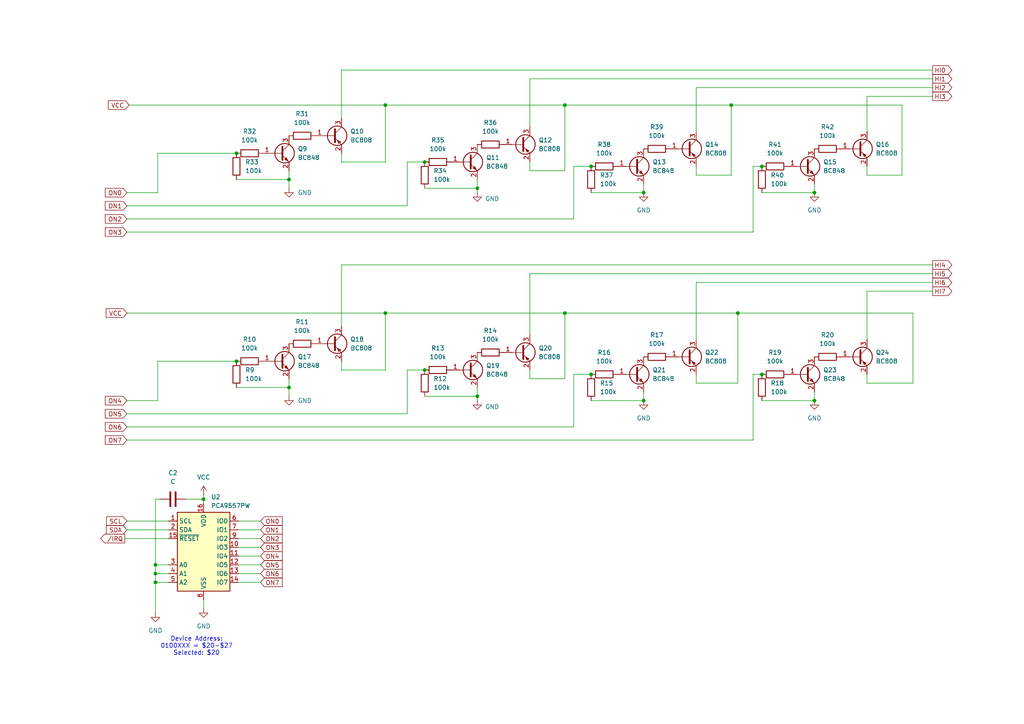
<source format=kicad_sch>
(kicad_sch (version 20250114) (generator "eeschema") (generator_version "9.0")
  (paper "A4")
  (lib_symbols
    (symbol "Device:C" (pin_numbers (hide yes)) (pin_names (offset 0.254))
      (property "Reference" "C" (at 0.635 2.54 0))
      (property "Value" "C" (at 0.635 -2.54 0))
      (symbol "C_0_1"
        (polyline (pts (xy -2.032 0.762) (xy 2.032 0.762)) (stroke (width 0.508)))
        (polyline (pts (xy -2.032 -0.762) (xy 2.032 -0.762)) (stroke (width 0.508)))
      )
      (symbol "C_1_1"
        (pin passive line (at 0 3.81 270) (length 2.794) (name "~") (number "1"))
        (pin passive line (at 0 -3.81 90) (length 2.794) (name "~") (number "2"))
      )
    )
    (symbol "Device:R" (pin_numbers (hide yes)) (pin_names (offset 0))
      (property "Reference" "R" (at 2.032 0 90))
      (property "Value" "R" (at 0 0 90))
      (symbol "R_0_1"
        (rectangle (start -1.016 -2.54) (end 1.016 2.54) (stroke (width 0.254)))
      )
      (symbol "R_1_1"
        (pin passive line (at 0 3.81 270) (length 1.27) (name "~") (number "1"))
        (pin passive line (at 0 -3.81 90) (length 1.27) (name "~") (number "2"))
      )
    )
    (symbol "Interface_Expansion:PCA9557PW"
      (property "Reference" "U" (at -7.62 11.43 0))
      (property "Value" "PCA9557PW" (at 2.54 11.43 0))
      (symbol "PCA9557PW_0_1"
        (rectangle (start -7.62 -12.7) (end 7.62 10.16) (stroke (width 0.254)) (fill (type background)))
      )
      (symbol "PCA9557PW_1_1"
        (pin input line (at -10.16 7.62 0) (length 2.54) (name "SCL") (number "1"))
        (pin bidirectional line (at -10.16 5.08 0) (length 2.54) (name "SDA") (number "2"))
        (pin input line (at -10.16 2.54 0) (length 2.54) (name "~{RESET}") (number "15"))
        (pin input line (at -10.16 -5.08 0) (length 2.54) (name "A0") (number "3"))
        (pin input line (at -10.16 -7.62 0) (length 2.54) (name "A1") (number "4"))
        (pin input line (at -10.16 -10.16 0) (length 2.54) (name "A2") (number "5"))
        (pin power_in line (at 0 12.7 270) (length 2.54) (name "VDD") (number "16"))
        (pin power_in line (at 0 -15.24 90) (length 2.54) (name "VSS") (number "8"))
        (pin bidirectional line (at 10.16 7.62 180) (length 2.54) (name "IO0") (number "6"))
        (pin bidirectional line (at 10.16 5.08 180) (length 2.54) (name "IO1") (number "7"))
        (pin bidirectional line (at 10.16 2.54 180) (length 2.54) (name "IO2") (number "9"))
        (pin bidirectional line (at 10.16 0 180) (length 2.54) (name "IO3") (number "10"))
        (pin bidirectional line (at 10.16 -2.54 180) (length 2.54) (name "IO4") (number "11"))
        (pin bidirectional line (at 10.16 -5.08 180) (length 2.54) (name "IO5") (number "12"))
        (pin bidirectional line (at 10.16 -7.62 180) (length 2.54) (name "IO6") (number "13"))
        (pin bidirectional line (at 10.16 -10.16 180) (length 2.54) (name "IO7") (number "14"))
      )
    )
    (symbol "Transistor_BJT:BC808" (pin_names (offset 0) (hide yes))
      (property "Reference" "Q" (at 5.08 1.905 0))
      (property "Value" "BC808" (at 5.08 0 0))
      (symbol "BC808_0_1"
        (polyline (pts (xy -2.54 0) (xy 0.635 0)))
        (polyline (pts (xy 0.635 1.905) (xy 0.635 -1.905)) (stroke (width 0.508)))
        (polyline (pts (xy 0.635 0.635) (xy 2.54 2.54)))
        (polyline (pts (xy 0.635 -0.635) (xy 2.54 -2.54)))
        (circle (center 1.27 0) (radius 2.8194) (stroke (width 0.254)))
        (polyline (pts (xy 2.286 -1.778) (xy 1.778 -2.286) (xy 1.27 -1.27) (xy 2.286 -1.778)) (fill (type outline)))
      )
      (symbol "BC808_1_1"
        (pin input line (at -5.08 0 0) (length 2.54) (name "B") (number "1"))
        (pin passive line (at 2.54 5.08 270) (length 2.54) (name "C") (number "3"))
        (pin passive line (at 2.54 -5.08 90) (length 2.54) (name "E") (number "2"))
      )
    )
    (symbol "Transistor_BJT:BC848" (pin_names (offset 0) (hide yes))
      (property "Reference" "Q" (at 5.08 1.905 0))
      (property "Value" "BC848" (at 5.08 0 0))
      (symbol "BC848_0_1"
        (polyline (pts (xy -2.54 0) (xy 0.635 0)))
        (polyline (pts (xy 0.635 1.905) (xy 0.635 -1.905)) (stroke (width 0.508)))
        (circle (center 1.27 0) (radius 2.8194) (stroke (width 0.254)))
      )
      (symbol "BC848_1_1"
        (polyline (pts (xy 0.635 0.635) (xy 2.54 2.54)))
        (polyline (pts (xy 0.635 -0.635) (xy 2.54 -2.54)))
        (polyline (pts (xy 1.27 -1.778) (xy 1.778 -1.27) (xy 2.286 -2.286) (xy 1.27 -1.778)) (fill (type outline)))
        (pin input line (at -5.08 0 0) (length 2.54) (name "B") (number "1"))
        (pin passive line (at 2.54 5.08 270) (length 2.54) (name "C") (number "3"))
        (pin passive line (at 2.54 -5.08 90) (length 2.54) (name "E") (number "2"))
      )
    )
    (symbol "power:GND" (power) (pin_numbers (hide yes)) (pin_names (offset 0) (hide yes))
      (property "Value" "GND" (at 0 -3.81 0))
      (symbol "GND_0_1"
        (polyline (pts (xy 0 0) (xy 0 -1.27) (xy 1.27 -1.27) (xy 0 -2.54) (xy -1.27 -1.27) (xy 0 -1.27)))
      )
      (symbol "GND_1_1"
        (pin power_in line (at 0 0 270) (length 0) (name "~") (number "1"))
      )
    )
    (symbol "power:VCC" (power) (pin_numbers (hide yes)) (pin_names (offset 0) (hide yes))
      (property "Value" "VCC" (at 0 3.556 0))
      (symbol "VCC_0_1"
        (polyline (pts (xy -0.762 1.27) (xy 0 2.54)))
        (polyline (pts (xy 0 2.54) (xy 0.762 1.27)))
        (polyline (pts (xy 0 0) (xy 0 2.54)))
      )
      (symbol "VCC_1_1"
        (pin power_in line (at 0 0 90) (length 0) (name "~") (number "1"))
      )
    )
  )
  (text "Device Address:\n0100XXX = $20-$27\nSelected: $20\n" (at 57.023 187.452 0) (effects (font (size 1.27 1.27))))
  (junction (at 220.98 108.585))
  (junction (at 163.83 90.805))
  (junction (at 68.58 44.45))
  (junction (at 171.45 108.585))
  (junction (at 171.45 48.26))
  (junction (at 83.82 112.395))
  (junction (at 45.085 163.83))
  (junction (at 186.69 116.205))
  (junction (at 68.58 104.775))
  (junction (at 123.19 46.99))
  (junction (at 138.43 54.61))
  (junction (at 236.22 116.205))
  (junction (at 45.085 166.37))
  (junction (at 163.83 30.48))
  (junction (at 59.055 144.78))
  (junction (at 186.69 55.88))
  (junction (at 213.995 90.805))
  (junction (at 236.22 55.88))
  (junction (at 111.76 90.805))
  (junction (at 111.76 30.48))
  (junction (at 123.19 107.315))
  (junction (at 220.98 48.26))
  (junction (at 45.085 168.91))
  (junction (at 212.09 30.48))
  (junction (at 138.43 114.935))
  (junction (at 83.82 52.07))
  (wire (pts (xy 36.83 123.825) (xy 166.37 123.825)))
  (wire (pts (xy 171.45 55.88) (xy 186.69 55.88)))
  (wire (pts (xy 45.085 144.78) (xy 45.085 163.83)))
  (wire (pts (xy 201.93 48.26) (xy 201.93 50.8)))
  (wire (pts (xy 236.22 113.665) (xy 236.22 116.205)))
  (wire (pts (xy 166.37 123.825) (xy 166.37 108.585)))
  (wire (pts (xy 36.83 120.015) (xy 118.11 120.015)))
  (wire (pts (xy 251.46 27.94) (xy 251.46 38.1)))
  (wire (pts (xy 264.795 111.125) (xy 264.795 90.805)))
  (wire (pts (xy 153.67 46.99) (xy 153.67 49.53)))
  (wire (pts (xy 270.51 27.94) (xy 251.46 27.94)))
  (wire (pts (xy 270.51 81.915) (xy 201.93 81.915)))
  (wire (pts (xy 218.44 48.26) (xy 220.98 48.26)))
  (wire (pts (xy 163.83 109.855) (xy 163.83 90.805)))
  (wire (pts (xy 99.06 46.99) (xy 111.76 46.99)))
  (wire (pts (xy 99.06 104.775) (xy 99.06 107.315)))
  (wire (pts (xy 251.46 50.8) (xy 261.62 50.8)))
  (wire (pts (xy 36.83 90.805) (xy 111.76 90.805)))
  (wire (pts (xy 37.465 30.48) (xy 111.76 30.48)))
  (wire (pts (xy 69.215 161.29) (xy 75.565 161.29)))
  (wire (pts (xy 69.215 158.75) (xy 75.565 158.75)))
  (wire (pts (xy 99.06 107.315) (xy 111.76 107.315)))
  (wire (pts (xy 166.37 63.5) (xy 166.37 48.26)))
  (wire (pts (xy 111.76 90.805) (xy 163.83 90.805)))
  (wire (pts (xy 163.83 90.805) (xy 213.995 90.805)))
  (wire (pts (xy 118.11 46.99) (xy 123.19 46.99)))
  (wire (pts (xy 270.51 76.835) (xy 99.06 76.835)))
  (wire (pts (xy 123.19 114.935) (xy 138.43 114.935)))
  (wire (pts (xy 45.085 168.91) (xy 48.895 168.91)))
  (wire (pts (xy 212.09 30.48) (xy 212.09 50.8)))
  (wire (pts (xy 201.93 111.125) (xy 213.995 111.125)))
  (wire (pts (xy 218.44 108.585) (xy 220.98 108.585)))
  (wire (pts (xy 45.085 168.91) (xy 45.085 177.8)))
  (wire (pts (xy 36.83 63.5) (xy 166.37 63.5)))
  (wire (pts (xy 69.215 166.37) (xy 75.565 166.37)))
  (wire (pts (xy 48.895 163.83) (xy 45.085 163.83)))
  (wire (pts (xy 36.83 67.31) (xy 218.44 67.31)))
  (wire (pts (xy 201.93 25.4) (xy 201.93 38.1)))
  (wire (pts (xy 153.67 22.86) (xy 153.67 36.83)))
  (wire (pts (xy 36.83 153.67) (xy 48.895 153.67)))
  (wire (pts (xy 118.11 59.69) (xy 118.11 46.99)))
  (wire (pts (xy 45.72 104.775) (xy 68.58 104.775)))
  (wire (pts (xy 99.06 20.32) (xy 99.06 34.29)))
  (wire (pts (xy 69.215 156.21) (xy 75.565 156.21)))
  (wire (pts (xy 251.46 108.585) (xy 251.46 111.125)))
  (wire (pts (xy 69.215 153.67) (xy 75.565 153.67)))
  (wire (pts (xy 163.83 30.48) (xy 212.09 30.48)))
  (wire (pts (xy 166.37 48.26) (xy 171.45 48.26)))
  (wire (pts (xy 59.055 173.99) (xy 59.055 176.53)))
  (wire (pts (xy 212.09 30.48) (xy 261.62 30.48)))
  (wire (pts (xy 83.82 112.395) (xy 83.82 114.935)))
  (wire (pts (xy 251.46 84.455) (xy 251.46 98.425)))
  (wire (pts (xy 45.085 163.83) (xy 45.085 166.37)))
  (wire (pts (xy 213.995 90.805) (xy 264.795 90.805)))
  (wire (pts (xy 218.44 127.635) (xy 218.44 108.585)))
  (wire (pts (xy 68.58 112.395) (xy 83.82 112.395)))
  (wire (pts (xy 153.67 109.855) (xy 163.83 109.855)))
  (wire (pts (xy 45.72 44.45) (xy 45.72 55.88)))
  (wire (pts (xy 153.67 79.375) (xy 153.67 97.155)))
  (wire (pts (xy 118.11 120.015) (xy 118.11 107.315)))
  (wire (pts (xy 46.355 144.78) (xy 45.085 144.78)))
  (wire (pts (xy 53.975 144.78) (xy 59.055 144.78)))
  (wire (pts (xy 138.43 114.935) (xy 138.43 112.395)))
  (wire (pts (xy 186.69 53.34) (xy 186.69 55.88)))
  (wire (pts (xy 36.195 156.21) (xy 48.895 156.21)))
  (wire (pts (xy 123.19 54.61) (xy 138.43 54.61)))
  (wire (pts (xy 83.82 49.53) (xy 83.82 52.07)))
  (wire (pts (xy 138.43 114.935) (xy 138.43 116.205)))
  (wire (pts (xy 99.06 76.835) (xy 99.06 94.615)))
  (wire (pts (xy 261.62 30.48) (xy 261.62 50.8)))
  (wire (pts (xy 220.98 116.205) (xy 236.22 116.205)))
  (wire (pts (xy 36.83 116.205) (xy 45.72 116.205)))
  (wire (pts (xy 220.98 55.88) (xy 236.22 55.88)))
  (wire (pts (xy 213.995 111.125) (xy 213.995 90.805)))
  (wire (pts (xy 153.67 49.53) (xy 163.83 49.53)))
  (wire (pts (xy 69.215 168.91) (xy 75.565 168.91)))
  (wire (pts (xy 171.45 116.205) (xy 186.69 116.205)))
  (wire (pts (xy 68.58 52.07) (xy 83.82 52.07)))
  (wire (pts (xy 201.93 50.8) (xy 212.09 50.8)))
  (wire (pts (xy 201.93 108.585) (xy 201.93 111.125)))
  (wire (pts (xy 270.51 20.32) (xy 99.06 20.32)))
  (wire (pts (xy 270.51 22.86) (xy 153.67 22.86)))
  (wire (pts (xy 201.93 81.915) (xy 201.93 98.425)))
  (wire (pts (xy 111.76 30.48) (xy 163.83 30.48)))
  (wire (pts (xy 236.22 53.34) (xy 236.22 55.88)))
  (wire (pts (xy 69.215 163.83) (xy 75.565 163.83)))
  (wire (pts (xy 59.055 143.51) (xy 59.055 144.78)))
  (wire (pts (xy 36.83 59.69) (xy 118.11 59.69)))
  (wire (pts (xy 59.055 144.78) (xy 59.055 146.05)))
  (wire (pts (xy 69.215 151.13) (xy 75.565 151.13)))
  (wire (pts (xy 45.085 166.37) (xy 48.895 166.37)))
  (wire (pts (xy 118.11 107.315) (xy 123.19 107.315)))
  (wire (pts (xy 186.69 116.205) (xy 186.69 113.665)))
  (wire (pts (xy 45.085 166.37) (xy 45.085 168.91)))
  (wire (pts (xy 166.37 108.585) (xy 171.45 108.585)))
  (wire (pts (xy 153.67 107.315) (xy 153.67 109.855)))
  (wire (pts (xy 270.51 25.4) (xy 201.93 25.4)))
  (wire (pts (xy 36.83 127.635) (xy 218.44 127.635)))
  (wire (pts (xy 218.44 67.31) (xy 218.44 48.26)))
  (wire (pts (xy 45.72 44.45) (xy 68.58 44.45)))
  (wire (pts (xy 138.43 52.07) (xy 138.43 54.61)))
  (wire (pts (xy 163.83 49.53) (xy 163.83 30.48)))
  (wire (pts (xy 99.06 44.45) (xy 99.06 46.99)))
  (wire (pts (xy 251.46 111.125) (xy 264.795 111.125)))
  (wire (pts (xy 111.76 90.805) (xy 111.76 107.315)))
  (wire (pts (xy 83.82 52.07) (xy 83.82 54.61)))
  (wire (pts (xy 83.82 112.395) (xy 83.82 109.855)))
  (wire (pts (xy 270.51 79.375) (xy 153.67 79.375)))
  (wire (pts (xy 138.43 54.61) (xy 138.43 55.88)))
  (wire (pts (xy 36.83 151.13) (xy 48.895 151.13)))
  (wire (pts (xy 251.46 48.26) (xy 251.46 50.8)))
  (wire (pts (xy 45.72 104.775) (xy 45.72 116.205)))
  (wire (pts (xy 36.83 55.88) (xy 45.72 55.88)))
  (wire (pts (xy 111.76 46.99) (xy 111.76 30.48)))
  (wire (pts (xy 270.51 84.455) (xy 251.46 84.455)))
  (global_label "SCL" (shape input) (at 36.83 151.13 180) (property "Intersheetrefs" "${INTERSHEET_REFS}" (effects (hide yes))))
  (global_label "ON4" (shape input) (at 36.83 116.205 180) (property "Intersheetrefs" "${INTERSHEET_REFS}" (effects (hide yes))))
  (global_label "HI1" (shape output) (at 270.51 22.86 0) (property "Intersheetrefs" "${INTERSHEET_REFS}" (effects (hide yes))))
  (global_label "HI5" (shape output) (at 270.51 79.375 0) (property "Intersheetrefs" "${INTERSHEET_REFS}" (effects (hide yes))))
  (global_label "ON7" (shape input) (at 36.83 127.635 180) (property "Intersheetrefs" "${INTERSHEET_REFS}" (effects (hide yes))))
  (global_label "ON6" (shape input) (at 75.565 166.37 0) (property "Intersheetrefs" "${INTERSHEET_REFS}" (effects (hide yes))))
  (global_label "HI6" (shape output) (at 270.51 81.915 0) (property "Intersheetrefs" "${INTERSHEET_REFS}" (effects (hide yes))))
  (global_label "HI3" (shape output) (at 270.51 27.94 0) (property "Intersheetrefs" "${INTERSHEET_REFS}" (effects (hide yes))))
  (global_label "VCC" (shape input) (at 36.83 90.805 180) (property "Intersheetrefs" "${INTERSHEET_REFS}" (effects (hide yes))))
  (global_label "ON0" (shape input) (at 36.83 55.88 180) (property "Intersheetrefs" "${INTERSHEET_REFS}" (effects (hide yes))))
  (global_label "{slash}IRQ" (shape output) (at 36.195 156.21 180) (property "Intersheetrefs" "${INTERSHEET_REFS}" (effects (hide yes))))
  (global_label "ON1" (shape input) (at 75.565 153.67 0) (property "Intersheetrefs" "${INTERSHEET_REFS}" (effects (hide yes))))
  (global_label "ON3" (shape input) (at 36.83 67.31 180) (property "Intersheetrefs" "${INTERSHEET_REFS}" (effects (hide yes))))
  (global_label "ON4" (shape input) (at 75.565 161.29 0) (property "Intersheetrefs" "${INTERSHEET_REFS}" (effects (hide yes))))
  (global_label "ON6" (shape input) (at 36.83 123.825 180) (property "Intersheetrefs" "${INTERSHEET_REFS}" (effects (hide yes))))
  (global_label "HI2" (shape output) (at 270.51 25.4 0) (property "Intersheetrefs" "${INTERSHEET_REFS}" (effects (hide yes))))
  (global_label "ON0" (shape input) (at 75.565 151.13 0) (property "Intersheetrefs" "${INTERSHEET_REFS}" (effects (hide yes))))
  (global_label "ON7" (shape input) (at 75.565 168.91 0) (property "Intersheetrefs" "${INTERSHEET_REFS}" (effects (hide yes))))
  (global_label "HI4" (shape output) (at 270.51 76.835 0) (property "Intersheetrefs" "${INTERSHEET_REFS}" (effects (hide yes))))
  (global_label "ON3" (shape input) (at 75.565 158.75 0) (property "Intersheetrefs" "${INTERSHEET_REFS}" (effects (hide yes))))
  (global_label "ON1" (shape input) (at 36.83 59.69 180) (property "Intersheetrefs" "${INTERSHEET_REFS}" (effects (hide yes))))
  (global_label "ON5" (shape input) (at 75.565 163.83 0) (property "Intersheetrefs" "${INTERSHEET_REFS}" (effects (hide yes))))
  (global_label "VCC" (shape input) (at 37.465 30.48 180) (property "Intersheetrefs" "${INTERSHEET_REFS}" (effects (hide yes))))
  (global_label "ON2" (shape input) (at 75.565 156.21 0) (property "Intersheetrefs" "${INTERSHEET_REFS}" (effects (hide yes))))
  (global_label "ON2" (shape input) (at 36.83 63.5 180) (property "Intersheetrefs" "${INTERSHEET_REFS}" (effects (hide yes))))
  (global_label "ON5" (shape input) (at 36.83 120.015 180) (property "Intersheetrefs" "${INTERSHEET_REFS}" (effects (hide yes))))
  (global_label "HI7" (shape output) (at 270.51 84.455 0) (property "Intersheetrefs" "${INTERSHEET_REFS}" (effects (hide yes))))
  (global_label "SDA" (shape input) (at 36.83 153.67 180) (property "Intersheetrefs" "${INTERSHEET_REFS}" (effects (hide yes))))
  (global_label "HI0" (shape output) (at 270.51 20.32 0) (property "Intersheetrefs" "${INTERSHEET_REFS}" (effects (hide yes))))
  (symbol (lib_id "Device:R") (at 142.24 41.91 90) (unit 1)
    (property "Reference" "R36" (at 142.24 35.56 90))
    (property "Value" "100k" (at 142.24 38.1 90))
    (property "Footprint" "Resistor_SMD:R_0805_2012Metric" (effects (hide yes)))
    (property "Description" "Resistor" (effects (hide yes)))
    (property "LCSC" "C25611" (effects (hide yes)))
  )
  (symbol (lib_id "Device:R") (at 224.79 48.26 90) (unit 1)
    (property "Reference" "R41" (at 224.79 41.91 90))
    (property "Value" "100k" (at 224.79 44.45 90))
    (property "Footprint" "Resistor_SMD:R_0805_2012Metric" (effects (hide yes)))
    (property "Description" "Resistor" (effects (hide yes)))
    (property "LCSC" "C25611" (effects (hide yes)))
  )
  (symbol (lib_id "Device:R") (at 175.26 48.26 90) (unit 1)
    (property "Reference" "R38" (at 175.26 41.91 90))
    (property "Value" "100k" (at 175.26 44.45 90))
    (property "Footprint" "Resistor_SMD:R_0805_2012Metric" (effects (hide yes)))
    (property "Description" "Resistor" (effects (hide yes)))
    (property "LCSC" "C25611" (effects (hide yes)))
  )
  (symbol (lib_id "power:VCC") (at 59.055 143.51 0) (unit 1)
    (property "Reference" "#PWR06" (effects (hide yes)))
    (property "Value" "VCC" (at 59.055 138.43 0))
    (property "Description" "Power symbol creates a global label with name \"VCC\"" (effects (hide yes)))
  )
  (symbol (lib_id "Transistor_BJT:BC808") (at 96.52 39.37 0) (unit 1)
    (property "Reference" "Q10" (at 101.6 38.0999 0) (effects (justify left)))
    (property "Value" "BC808" (at 101.6 40.6399 0) (effects (justify left)))
    (property "Footprint" "Package_TO_SOT_SMD:SOT-23" (effects (hide yes)))
    (property "Datasheet" "https://www.onsemi.com/pub/Collateral/BC808-D.pdf" (effects (hide yes)))
    (property "Description" "0.8A Ic, 25V Vce, PNP Transistor, SOT-23" (effects (hide yes)))
    (property "LCSC" "C605311" (effects (hide yes)))
  )
  (symbol (lib_id "power:GND") (at 138.43 116.205 0) (unit 1)
    (property "Reference" "#PWR018" (effects (hide yes)))
    (property "Value" "GND" (at 142.748 117.983 0))
    (property "Description" "Power symbol creates a global label with name \"GND\" , ground" (effects (hide yes)))
  )
  (symbol (lib_id "Device:R") (at 175.26 108.585 90) (unit 1)
    (property "Reference" "R16" (at 175.26 102.235 90))
    (property "Value" "100k" (at 175.26 104.775 90))
    (property "Footprint" "Resistor_SMD:R_0805_2012Metric" (effects (hide yes)))
    (property "Description" "Resistor" (effects (hide yes)))
    (property "LCSC" "C25611" (effects (hide yes)))
  )
  (symbol (lib_id "Device:R") (at 123.19 50.8 180) (unit 1)
    (property "Reference" "R34" (at 125.73 49.5299 0) (effects (justify right)))
    (property "Value" "100k" (at 125.73 52.0699 0) (effects (justify right)))
    (property "Footprint" "Resistor_SMD:R_0805_2012Metric" (effects (hide yes)))
    (property "Description" "Resistor" (effects (hide yes)))
    (property "LCSC" "C25611" (effects (hide yes)))
  )
  (symbol (lib_id "Transistor_BJT:BC808") (at 248.92 103.505 0) (unit 1)
    (property "Reference" "Q24" (at 254 102.2349 0) (effects (justify left)))
    (property "Value" "BC808" (at 254 104.7749 0) (effects (justify left)))
    (property "Footprint" "Package_TO_SOT_SMD:SOT-23" (effects (hide yes)))
    (property "Datasheet" "https://www.onsemi.com/pub/Collateral/BC808-D.pdf" (effects (hide yes)))
    (property "Description" "0.8A Ic, 25V Vce, PNP Transistor, SOT-23" (effects (hide yes)))
    (property "LCSC" "C605311" (effects (hide yes)))
  )
  (symbol (lib_id "Device:C") (at 50.165 144.78 90) (unit 1)
    (property "Reference" "C2" (at 50.165 137.16 90))
    (property "Value" "C" (at 50.165 139.7 90))
    (property "Footprint" "Capacitor_SMD:C_0603_1608Metric_Pad1.08x0.95mm_HandSolder" (effects (hide yes)))
    (property "Description" "Unpolarized capacitor" (effects (hide yes)))
    (property "LCSC" "C14663" (effects (hide yes)))
  )
  (symbol (lib_id "Transistor_BJT:BC808") (at 199.39 43.18 0) (unit 1)
    (property "Reference" "Q14" (at 204.47 41.9099 0) (effects (justify left)))
    (property "Value" "BC808" (at 204.47 44.4499 0) (effects (justify left)))
    (property "Footprint" "Package_TO_SOT_SMD:SOT-23" (effects (hide yes)))
    (property "Datasheet" "https://www.onsemi.com/pub/Collateral/BC808-D.pdf" (effects (hide yes)))
    (property "Description" "0.8A Ic, 25V Vce, PNP Transistor, SOT-23" (effects (hide yes)))
    (property "LCSC" "C605311" (effects (hide yes)))
  )
  (symbol (lib_id "Device:R") (at 127 107.315 90) (unit 1)
    (property "Reference" "R13" (at 127 100.965 90))
    (property "Value" "100k" (at 127 103.505 90))
    (property "Footprint" "Resistor_SMD:R_0805_2012Metric" (effects (hide yes)))
    (property "Description" "Resistor" (effects (hide yes)))
    (property "LCSC" "C25611" (effects (hide yes)))
  )
  (symbol (lib_id "Transistor_BJT:BC848") (at 135.89 46.99 0) (unit 1)
    (property "Reference" "Q11" (at 140.97 45.7199 0) (effects (justify left)))
    (property "Value" "BC848" (at 140.97 48.2599 0) (effects (justify left)))
    (property "Footprint" "Package_TO_SOT_SMD:SOT-23" (effects (hide yes)))
    (property "Datasheet" "http://www.infineon.com/dgdl/Infineon-BC847SERIES_BC848SERIES_BC849SERIES_BC850SERIES-DS-v01_01-en.pdf?fileId=db3a304314dca389011541d4630a1657" (effects (hide yes)))
    (property "Description" "0.1A Ic, 30V Vce, NPN Transistor, SOT-23" (effects (hide yes)))
    (property "LCSC" "C5184434" (effects (hide yes)))
  )
  (symbol (lib_id "Transistor_BJT:BC848") (at 184.15 48.26 0) (unit 1)
    (property "Reference" "Q13" (at 189.23 46.9899 0) (effects (justify left)))
    (property "Value" "BC848" (at 189.23 49.5299 0) (effects (justify left)))
    (property "Footprint" "Package_TO_SOT_SMD:SOT-23" (effects (hide yes)))
    (property "Datasheet" "http://www.infineon.com/dgdl/Infineon-BC847SERIES_BC848SERIES_BC849SERIES_BC850SERIES-DS-v01_01-en.pdf?fileId=db3a304314dca389011541d4630a1657" (effects (hide yes)))
    (property "Description" "0.1A Ic, 30V Vce, NPN Transistor, SOT-23" (effects (hide yes)))
    (property "LCSC" "C5184434" (effects (hide yes)))
  )
  (symbol (lib_id "Device:R") (at 224.79 108.585 90) (unit 1)
    (property "Reference" "R19" (at 224.79 102.235 90))
    (property "Value" "100k" (at 224.79 104.775 90))
    (property "Footprint" "Resistor_SMD:R_0805_2012Metric" (effects (hide yes)))
    (property "Description" "Resistor" (effects (hide yes)))
    (property "LCSC" "C25611" (effects (hide yes)))
  )
  (symbol (lib_id "Device:R") (at 220.98 112.395 180) (unit 1)
    (property "Reference" "R18" (at 223.52 111.1249 0) (effects (justify right)))
    (property "Value" "100k" (at 223.52 113.6649 0) (effects (justify right)))
    (property "Footprint" "Resistor_SMD:R_0805_2012Metric" (effects (hide yes)))
    (property "Description" "Resistor" (effects (hide yes)))
    (property "LCSC" "C25611" (effects (hide yes)))
  )
  (symbol (lib_id "Transistor_BJT:BC808") (at 248.92 43.18 0) (unit 1)
    (property "Reference" "Q16" (at 254 41.9099 0) (effects (justify left)))
    (property "Value" "BC808" (at 254 44.4499 0) (effects (justify left)))
    (property "Footprint" "Package_TO_SOT_SMD:SOT-23" (effects (hide yes)))
    (property "Datasheet" "https://www.onsemi.com/pub/Collateral/BC808-D.pdf" (effects (hide yes)))
    (property "Description" "0.8A Ic, 25V Vce, PNP Transistor, SOT-23" (effects (hide yes)))
    (property "LCSC" "C605311" (effects (hide yes)))
  )
  (symbol (lib_id "Transistor_BJT:BC848") (at 233.68 108.585 0) (unit 1)
    (property "Reference" "Q23" (at 238.76 107.3149 0) (effects (justify left)))
    (property "Value" "BC848" (at 238.76 109.8549 0) (effects (justify left)))
    (property "Footprint" "Package_TO_SOT_SMD:SOT-23" (effects (hide yes)))
    (property "Datasheet" "http://www.infineon.com/dgdl/Infineon-BC847SERIES_BC848SERIES_BC849SERIES_BC850SERIES-DS-v01_01-en.pdf?fileId=db3a304314dca389011541d4630a1657" (effects (hide yes)))
    (property "Description" "0.1A Ic, 30V Vce, NPN Transistor, SOT-23" (effects (hide yes)))
    (property "LCSC" "C5184434" (effects (hide yes)))
  )
  (symbol (lib_id "Device:R") (at 220.98 52.07 180) (unit 1)
    (property "Reference" "R40" (at 223.52 50.7999 0) (effects (justify right)))
    (property "Value" "100k" (at 223.52 53.3399 0) (effects (justify right)))
    (property "Footprint" "Resistor_SMD:R_0805_2012Metric" (effects (hide yes)))
    (property "Description" "Resistor" (effects (hide yes)))
    (property "LCSC" "C25611" (effects (hide yes)))
  )
  (symbol (lib_id "Transistor_BJT:BC848") (at 81.28 44.45 0) (unit 1)
    (property "Reference" "Q9" (at 86.36 43.1799 0) (effects (justify left)))
    (property "Value" "BC848" (at 86.36 45.7199 0) (effects (justify left)))
    (property "Footprint" "Package_TO_SOT_SMD:SOT-23" (effects (hide yes)))
    (property "Datasheet" "http://www.infineon.com/dgdl/Infineon-BC847SERIES_BC848SERIES_BC849SERIES_BC850SERIES-DS-v01_01-en.pdf?fileId=db3a304314dca389011541d4630a1657" (effects (hide yes)))
    (property "Description" "0.1A Ic, 30V Vce, NPN Transistor, SOT-23" (effects (hide yes)))
    (property "LCSC" "C5184434" (effects (hide yes)))
  )
  (symbol (lib_id "Transistor_BJT:BC848") (at 184.15 108.585 0) (unit 1)
    (property "Reference" "Q21" (at 189.23 107.3149 0) (effects (justify left)))
    (property "Value" "BC848" (at 189.23 109.8549 0) (effects (justify left)))
    (property "Footprint" "Package_TO_SOT_SMD:SOT-23" (effects (hide yes)))
    (property "Datasheet" "http://www.infineon.com/dgdl/Infineon-BC847SERIES_BC848SERIES_BC849SERIES_BC850SERIES-DS-v01_01-en.pdf?fileId=db3a304314dca389011541d4630a1657" (effects (hide yes)))
    (property "Description" "0.1A Ic, 30V Vce, NPN Transistor, SOT-23" (effects (hide yes)))
    (property "LCSC" "C5184434" (effects (hide yes)))
  )
  (symbol (lib_id "Transistor_BJT:BC808") (at 151.13 41.91 0) (unit 1)
    (property "Reference" "Q12" (at 156.21 40.6399 0) (effects (justify left)))
    (property "Value" "BC808" (at 156.21 43.1799 0) (effects (justify left)))
    (property "Footprint" "Package_TO_SOT_SMD:SOT-23" (effects (hide yes)))
    (property "Datasheet" "https://www.onsemi.com/pub/Collateral/BC808-D.pdf" (effects (hide yes)))
    (property "Description" "0.8A Ic, 25V Vce, PNP Transistor, SOT-23" (effects (hide yes)))
    (property "LCSC" "C605311" (effects (hide yes)))
  )
  (symbol (lib_id "Device:R") (at 142.24 102.235 90) (unit 1)
    (property "Reference" "R14" (at 142.24 95.885 90))
    (property "Value" "100k" (at 142.24 98.425 90))
    (property "Footprint" "Resistor_SMD:R_0805_2012Metric" (effects (hide yes)))
    (property "Description" "Resistor" (effects (hide yes)))
    (property "LCSC" "C25611" (effects (hide yes)))
  )
  (symbol (lib_id "Transistor_BJT:BC808") (at 96.52 99.695 0) (unit 1)
    (property "Reference" "Q18" (at 101.6 98.4249 0) (effects (justify left)))
    (property "Value" "BC808" (at 101.6 100.9649 0) (effects (justify left)))
    (property "Footprint" "Package_TO_SOT_SMD:SOT-23" (effects (hide yes)))
    (property "Datasheet" "https://www.onsemi.com/pub/Collateral/BC808-D.pdf" (effects (hide yes)))
    (property "Description" "0.8A Ic, 25V Vce, PNP Transistor, SOT-23" (effects (hide yes)))
    (property "LCSC" "C605311" (effects (hide yes)))
  )
  (symbol (lib_id "Transistor_BJT:BC808") (at 199.39 103.505 0) (unit 1)
    (property "Reference" "Q22" (at 204.47 102.2349 0) (effects (justify left)))
    (property "Value" "BC808" (at 204.47 104.7749 0) (effects (justify left)))
    (property "Footprint" "Package_TO_SOT_SMD:SOT-23" (effects (hide yes)))
    (property "Datasheet" "https://www.onsemi.com/pub/Collateral/BC808-D.pdf" (effects (hide yes)))
    (property "Description" "0.8A Ic, 25V Vce, PNP Transistor, SOT-23" (effects (hide yes)))
    (property "LCSC" "C605311" (effects (hide yes)))
  )
  (symbol (lib_id "Interface_Expansion:PCA9557PW") (at 59.055 158.75 0) (unit 1)
    (property "Reference" "U2" (at 61.1983 144.145 0) (effects (justify left)))
    (property "Value" "PCA9557PW" (at 61.1983 146.685 0) (effects (justify left)))
    (property "Footprint" "Package_SO:TSSOP-16_4.4x5mm_P0.65mm" (effects (hide yes)))
    (property "Datasheet" "https://www.nxp.com/docs/en/data-sheet/PCA9557.pdf" (effects (hide yes)))
    (property "Description" "8-bit I2C-bus and SMBus I/O port with reset, TSSOP-16" (effects (hide yes)))
    (property "LCSC" "C141380" (effects (hide yes)))
  )
  (symbol (lib_id "Device:R") (at 72.39 44.45 90) (unit 1)
    (property "Reference" "R32" (at 72.39 38.1 90))
    (property "Value" "100k" (at 72.39 40.64 90))
    (property "Footprint" "Resistor_SMD:R_0805_2012Metric" (effects (hide yes)))
    (property "Description" "Resistor" (effects (hide yes)))
    (property "LCSC" "C25611" (effects (hide yes)))
  )
  (symbol (lib_id "power:GND") (at 83.82 54.61 0) (unit 1)
    (property "Reference" "#PWR0101" (effects (hide yes)))
    (property "Value" "GND" (at 88.392 55.88 0))
    (property "Description" "Power symbol creates a global label with name \"GND\" , ground" (effects (hide yes)))
  )
  (symbol (lib_id "Device:R") (at 171.45 52.07 180) (unit 1)
    (property "Reference" "R37" (at 173.99 50.7999 0) (effects (justify right)))
    (property "Value" "100k" (at 173.99 53.3399 0) (effects (justify right)))
    (property "Footprint" "Resistor_SMD:R_0805_2012Metric" (effects (hide yes)))
    (property "Description" "Resistor" (effects (hide yes)))
    (property "LCSC" "C25611" (effects (hide yes)))
  )
  (symbol (lib_id "Device:R") (at 190.5 103.505 90) (unit 1)
    (property "Reference" "R17" (at 190.5 97.155 90))
    (property "Value" "100k" (at 190.5 99.695 90))
    (property "Footprint" "Resistor_SMD:R_0805_2012Metric" (effects (hide yes)))
    (property "Description" "Resistor" (effects (hide yes)))
    (property "LCSC" "C25611" (effects (hide yes)))
  )
  (symbol (lib_id "power:GND") (at 83.82 114.935 0) (unit 1)
    (property "Reference" "#PWR017" (effects (hide yes)))
    (property "Value" "GND" (at 88.392 116.205 0))
    (property "Description" "Power symbol creates a global label with name \"GND\" , ground" (effects (hide yes)))
  )
  (symbol (lib_id "Transistor_BJT:BC808") (at 151.13 102.235 0) (unit 1)
    (property "Reference" "Q20" (at 156.21 100.9649 0) (effects (justify left)))
    (property "Value" "BC808" (at 156.21 103.5049 0) (effects (justify left)))
    (property "Footprint" "Package_TO_SOT_SMD:SOT-23" (effects (hide yes)))
    (property "Datasheet" "https://www.onsemi.com/pub/Collateral/BC808-D.pdf" (effects (hide yes)))
    (property "Description" "0.8A Ic, 25V Vce, PNP Transistor, SOT-23" (effects (hide yes)))
    (property "LCSC" "C605311" (effects (hide yes)))
  )
  (symbol (lib_id "power:GND") (at 186.69 116.205 0) (unit 1)
    (property "Reference" "#PWR019" (effects (hide yes)))
    (property "Value" "GND" (at 186.69 121.285 0))
    (property "Description" "Power symbol creates a global label with name \"GND\" , ground" (effects (hide yes)))
  )
  (symbol (lib_id "Transistor_BJT:BC848") (at 233.68 48.26 0) (unit 1)
    (property "Reference" "Q15" (at 238.76 46.9899 0) (effects (justify left)))
    (property "Value" "BC848" (at 238.76 49.5299 0) (effects (justify left)))
    (property "Footprint" "Package_TO_SOT_SMD:SOT-23" (effects (hide yes)))
    (property "Datasheet" "http://www.infineon.com/dgdl/Infineon-BC847SERIES_BC848SERIES_BC849SERIES_BC850SERIES-DS-v01_01-en.pdf?fileId=db3a304314dca389011541d4630a1657" (effects (hide yes)))
    (property "Description" "0.1A Ic, 30V Vce, NPN Transistor, SOT-23" (effects (hide yes)))
    (property "LCSC" "C5184434" (effects (hide yes)))
  )
  (symbol (lib_id "Device:R") (at 240.03 43.18 90) (unit 1)
    (property "Reference" "R42" (at 240.03 36.83 90))
    (property "Value" "100k" (at 240.03 39.37 90))
    (property "Footprint" "Resistor_SMD:R_0805_2012Metric" (effects (hide yes)))
    (property "Description" "Resistor" (effects (hide yes)))
    (property "LCSC" "C25611" (effects (hide yes)))
  )
  (symbol (lib_id "power:GND") (at 236.22 116.205 0) (unit 1)
    (property "Reference" "#PWR020" (effects (hide yes)))
    (property "Value" "GND" (at 236.22 121.285 0))
    (property "Description" "Power symbol creates a global label with name \"GND\" , ground" (effects (hide yes)))
  )
  (symbol (lib_id "Transistor_BJT:BC848") (at 135.89 107.315 0) (unit 1)
    (property "Reference" "Q19" (at 140.97 106.0449 0) (effects (justify left)))
    (property "Value" "BC848" (at 140.97 108.5849 0) (effects (justify left)))
    (property "Footprint" "Package_TO_SOT_SMD:SOT-23" (effects (hide yes)))
    (property "Datasheet" "http://www.infineon.com/dgdl/Infineon-BC847SERIES_BC848SERIES_BC849SERIES_BC850SERIES-DS-v01_01-en.pdf?fileId=db3a304314dca389011541d4630a1657" (effects (hide yes)))
    (property "Description" "0.1A Ic, 30V Vce, NPN Transistor, SOT-23" (effects (hide yes)))
    (property "LCSC" "C5184434" (effects (hide yes)))
  )
  (symbol (lib_id "Device:R") (at 190.5 43.18 90) (unit 1)
    (property "Reference" "R39" (at 190.5 36.83 90))
    (property "Value" "100k" (at 190.5 39.37 90))
    (property "Footprint" "Resistor_SMD:R_0805_2012Metric" (effects (hide yes)))
    (property "Description" "Resistor" (effects (hide yes)))
    (property "LCSC" "C25611" (effects (hide yes)))
  )
  (symbol (lib_id "Device:R") (at 123.19 111.125 180) (unit 1)
    (property "Reference" "R12" (at 125.73 109.8549 0) (effects (justify right)))
    (property "Value" "100k" (at 125.73 112.3949 0) (effects (justify right)))
    (property "Footprint" "Resistor_SMD:R_0805_2012Metric" (effects (hide yes)))
    (property "Description" "Resistor" (effects (hide yes)))
    (property "LCSC" "C25611" (effects (hide yes)))
  )
  (symbol (lib_id "Device:R") (at 68.58 108.585 180) (unit 1)
    (property "Reference" "R9" (at 71.12 107.3149 0) (effects (justify right)))
    (property "Value" "100k" (at 71.12 109.8549 0) (effects (justify right)))
    (property "Footprint" "Resistor_SMD:R_0805_2012Metric" (effects (hide yes)))
    (property "Description" "Resistor" (effects (hide yes)))
    (property "LCSC" "C25611" (effects (hide yes)))
  )
  (symbol (lib_id "Device:R") (at 171.45 112.395 180) (unit 1)
    (property "Reference" "R15" (at 173.99 111.1249 0) (effects (justify right)))
    (property "Value" "100k" (at 173.99 113.6649 0) (effects (justify right)))
    (property "Footprint" "Resistor_SMD:R_0805_2012Metric" (effects (hide yes)))
    (property "Description" "Resistor" (effects (hide yes)))
    (property "LCSC" "C25611" (effects (hide yes)))
  )
  (symbol (lib_id "Transistor_BJT:BC848") (at 81.28 104.775 0) (unit 1)
    (property "Reference" "Q17" (at 86.36 103.5049 0) (effects (justify left)))
    (property "Value" "BC848" (at 86.36 106.0449 0) (effects (justify left)))
    (property "Footprint" "Package_TO_SOT_SMD:SOT-23" (effects (hide yes)))
    (property "Datasheet" "http://www.infineon.com/dgdl/Infineon-BC847SERIES_BC848SERIES_BC849SERIES_BC850SERIES-DS-v01_01-en.pdf?fileId=db3a304314dca389011541d4630a1657" (effects (hide yes)))
    (property "Description" "0.1A Ic, 30V Vce, NPN Transistor, SOT-23" (effects (hide yes)))
    (property "LCSC" "C5184434" (effects (hide yes)))
  )
  (symbol (lib_id "Device:R") (at 240.03 103.505 90) (unit 1)
    (property "Reference" "R20" (at 240.03 97.155 90))
    (property "Value" "100k" (at 240.03 99.695 90))
    (property "Footprint" "Resistor_SMD:R_0805_2012Metric" (effects (hide yes)))
    (property "Description" "Resistor" (effects (hide yes)))
    (property "LCSC" "C25611" (effects (hide yes)))
  )
  (symbol (lib_id "power:GND") (at 138.43 55.88 0) (unit 1)
    (property "Reference" "#PWR0102" (effects (hide yes)))
    (property "Value" "GND" (at 142.748 57.658 0))
    (property "Description" "Power symbol creates a global label with name \"GND\" , ground" (effects (hide yes)))
  )
  (symbol (lib_id "Device:R") (at 127 46.99 90) (unit 1)
    (property "Reference" "R35" (at 127 40.64 90))
    (property "Value" "100k" (at 127 43.18 90))
    (property "Footprint" "Resistor_SMD:R_0805_2012Metric" (effects (hide yes)))
    (property "Description" "Resistor" (effects (hide yes)))
    (property "LCSC" "C25611" (effects (hide yes)))
  )
  (symbol (lib_id "Device:R") (at 68.58 48.26 180) (unit 1)
    (property "Reference" "R33" (at 71.12 46.9899 0) (effects (justify right)))
    (property "Value" "100k" (at 71.12 49.5299 0) (effects (justify right)))
    (property "Footprint" "Resistor_SMD:R_0805_2012Metric" (effects (hide yes)))
    (property "Description" "Resistor" (effects (hide yes)))
    (property "LCSC" "C25611" (effects (hide yes)))
  )
  (symbol (lib_id "power:GND") (at 236.22 55.88 0) (unit 1)
    (property "Reference" "#PWR016" (effects (hide yes)))
    (property "Value" "GND" (at 236.22 60.96 0))
    (property "Description" "Power symbol creates a global label with name \"GND\" , ground" (effects (hide yes)))
  )
  (symbol (lib_id "power:GND") (at 186.69 55.88 0) (unit 1)
    (property "Reference" "#PWR015" (effects (hide yes)))
    (property "Value" "GND" (at 186.69 60.96 0))
    (property "Description" "Power symbol creates a global label with name \"GND\" , ground" (effects (hide yes)))
  )
  (symbol (lib_id "Device:R") (at 87.63 39.37 90) (unit 1)
    (property "Reference" "R31" (at 87.63 33.02 90))
    (property "Value" "100k" (at 87.63 35.56 90))
    (property "Footprint" "Resistor_SMD:R_0805_2012Metric" (effects (hide yes)))
    (property "Description" "Resistor" (effects (hide yes)))
    (property "LCSC" "C25611" (effects (hide yes)))
  )
  (symbol (lib_id "power:GND") (at 45.085 177.8 0) (unit 1)
    (property "Reference" "#PWR024" (effects (hide yes)))
    (property "Value" "GND" (at 45.085 182.88 0))
    (property "Description" "Power symbol creates a global label with name \"GND\" , ground" (effects (hide yes)))
  )
  (symbol (lib_id "Device:R") (at 87.63 99.695 90) (unit 1)
    (property "Reference" "R11" (at 87.63 93.345 90))
    (property "Value" "100k" (at 87.63 95.885 90))
    (property "Footprint" "Resistor_SMD:R_0805_2012Metric" (effects (hide yes)))
    (property "Description" "Resistor" (effects (hide yes)))
    (property "LCSC" "C25611" (effects (hide yes)))
  )
  (symbol (lib_id "power:GND") (at 59.055 176.53 0) (unit 1)
    (property "Reference" "#PWR02" (effects (hide yes)))
    (property "Value" "GND" (at 59.055 181.61 0))
    (property "Description" "Power symbol creates a global label with name \"GND\" , ground" (effects (hide yes)))
  )
  (symbol (lib_id "Device:R") (at 72.39 104.775 90) (unit 1)
    (property "Reference" "R10" (at 72.39 98.425 90))
    (property "Value" "100k" (at 72.39 100.965 90))
    (property "Footprint" "Resistor_SMD:R_0805_2012Metric" (effects (hide yes)))
    (property "Description" "Resistor" (effects (hide yes)))
    (property "LCSC" "C25611" (effects (hide yes)))
  )
)
</source>
